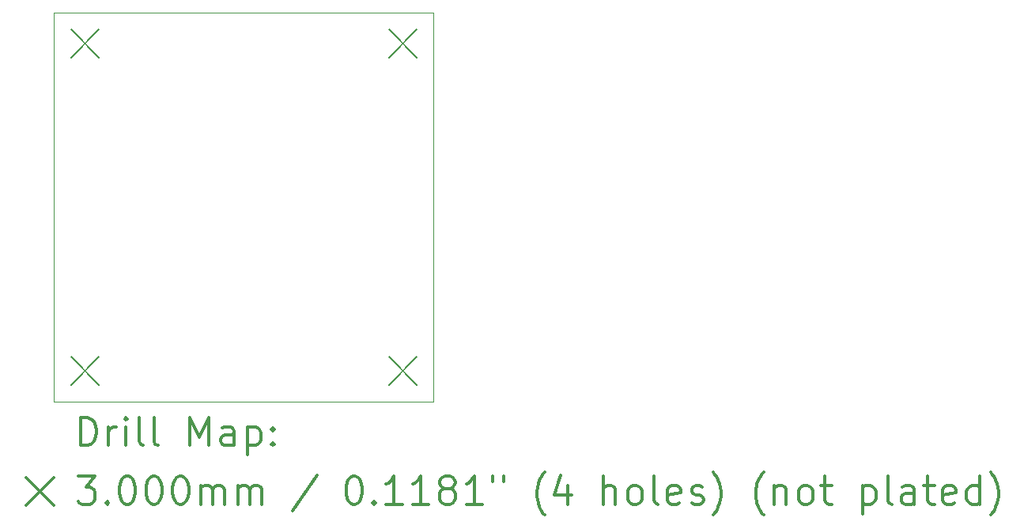
<source format=gbr>
%FSLAX45Y45*%
G04 Gerber Fmt 4.5, Leading zero omitted, Abs format (unit mm)*
G04 Created by KiCad (PCBNEW (5.1.10)-1) date 2021-07-06 21:05:42*
%MOMM*%
%LPD*%
G01*
G04 APERTURE LIST*
%TA.AperFunction,Profile*%
%ADD10C,0.050000*%
%TD*%
%ADD11C,0.200000*%
%ADD12C,0.300000*%
G04 APERTURE END LIST*
D10*
X15367000Y-12750800D02*
X15367000Y-12776200D01*
X15367000Y-8610600D02*
X15367000Y-12750800D01*
X19431000Y-8610600D02*
X15367000Y-8610600D01*
X19431000Y-12776200D02*
X19431000Y-8610600D01*
X15367000Y-12776200D02*
X19431000Y-12776200D01*
D11*
X15547200Y-8790800D02*
X15847200Y-9090800D01*
X15847200Y-8790800D02*
X15547200Y-9090800D01*
X15547200Y-12296000D02*
X15847200Y-12596000D01*
X15847200Y-12296000D02*
X15547200Y-12596000D01*
X18950800Y-8790800D02*
X19250800Y-9090800D01*
X19250800Y-8790800D02*
X18950800Y-9090800D01*
X18950800Y-12296000D02*
X19250800Y-12596000D01*
X19250800Y-12296000D02*
X18950800Y-12596000D01*
D12*
X15650928Y-13244414D02*
X15650928Y-12944414D01*
X15722357Y-12944414D01*
X15765214Y-12958700D01*
X15793786Y-12987271D01*
X15808071Y-13015843D01*
X15822357Y-13072986D01*
X15822357Y-13115843D01*
X15808071Y-13172986D01*
X15793786Y-13201557D01*
X15765214Y-13230129D01*
X15722357Y-13244414D01*
X15650928Y-13244414D01*
X15950928Y-13244414D02*
X15950928Y-13044414D01*
X15950928Y-13101557D02*
X15965214Y-13072986D01*
X15979500Y-13058700D01*
X16008071Y-13044414D01*
X16036643Y-13044414D01*
X16136643Y-13244414D02*
X16136643Y-13044414D01*
X16136643Y-12944414D02*
X16122357Y-12958700D01*
X16136643Y-12972986D01*
X16150928Y-12958700D01*
X16136643Y-12944414D01*
X16136643Y-12972986D01*
X16322357Y-13244414D02*
X16293786Y-13230129D01*
X16279500Y-13201557D01*
X16279500Y-12944414D01*
X16479500Y-13244414D02*
X16450928Y-13230129D01*
X16436643Y-13201557D01*
X16436643Y-12944414D01*
X16822357Y-13244414D02*
X16822357Y-12944414D01*
X16922357Y-13158700D01*
X17022357Y-12944414D01*
X17022357Y-13244414D01*
X17293786Y-13244414D02*
X17293786Y-13087271D01*
X17279500Y-13058700D01*
X17250928Y-13044414D01*
X17193786Y-13044414D01*
X17165214Y-13058700D01*
X17293786Y-13230129D02*
X17265214Y-13244414D01*
X17193786Y-13244414D01*
X17165214Y-13230129D01*
X17150928Y-13201557D01*
X17150928Y-13172986D01*
X17165214Y-13144414D01*
X17193786Y-13130129D01*
X17265214Y-13130129D01*
X17293786Y-13115843D01*
X17436643Y-13044414D02*
X17436643Y-13344414D01*
X17436643Y-13058700D02*
X17465214Y-13044414D01*
X17522357Y-13044414D01*
X17550928Y-13058700D01*
X17565214Y-13072986D01*
X17579500Y-13101557D01*
X17579500Y-13187271D01*
X17565214Y-13215843D01*
X17550928Y-13230129D01*
X17522357Y-13244414D01*
X17465214Y-13244414D01*
X17436643Y-13230129D01*
X17708071Y-13215843D02*
X17722357Y-13230129D01*
X17708071Y-13244414D01*
X17693786Y-13230129D01*
X17708071Y-13215843D01*
X17708071Y-13244414D01*
X17708071Y-13058700D02*
X17722357Y-13072986D01*
X17708071Y-13087271D01*
X17693786Y-13072986D01*
X17708071Y-13058700D01*
X17708071Y-13087271D01*
X15064500Y-13588700D02*
X15364500Y-13888700D01*
X15364500Y-13588700D02*
X15064500Y-13888700D01*
X15622357Y-13574414D02*
X15808071Y-13574414D01*
X15708071Y-13688700D01*
X15750928Y-13688700D01*
X15779500Y-13702986D01*
X15793786Y-13717271D01*
X15808071Y-13745843D01*
X15808071Y-13817271D01*
X15793786Y-13845843D01*
X15779500Y-13860129D01*
X15750928Y-13874414D01*
X15665214Y-13874414D01*
X15636643Y-13860129D01*
X15622357Y-13845843D01*
X15936643Y-13845843D02*
X15950928Y-13860129D01*
X15936643Y-13874414D01*
X15922357Y-13860129D01*
X15936643Y-13845843D01*
X15936643Y-13874414D01*
X16136643Y-13574414D02*
X16165214Y-13574414D01*
X16193786Y-13588700D01*
X16208071Y-13602986D01*
X16222357Y-13631557D01*
X16236643Y-13688700D01*
X16236643Y-13760129D01*
X16222357Y-13817271D01*
X16208071Y-13845843D01*
X16193786Y-13860129D01*
X16165214Y-13874414D01*
X16136643Y-13874414D01*
X16108071Y-13860129D01*
X16093786Y-13845843D01*
X16079500Y-13817271D01*
X16065214Y-13760129D01*
X16065214Y-13688700D01*
X16079500Y-13631557D01*
X16093786Y-13602986D01*
X16108071Y-13588700D01*
X16136643Y-13574414D01*
X16422357Y-13574414D02*
X16450928Y-13574414D01*
X16479500Y-13588700D01*
X16493786Y-13602986D01*
X16508071Y-13631557D01*
X16522357Y-13688700D01*
X16522357Y-13760129D01*
X16508071Y-13817271D01*
X16493786Y-13845843D01*
X16479500Y-13860129D01*
X16450928Y-13874414D01*
X16422357Y-13874414D01*
X16393786Y-13860129D01*
X16379500Y-13845843D01*
X16365214Y-13817271D01*
X16350928Y-13760129D01*
X16350928Y-13688700D01*
X16365214Y-13631557D01*
X16379500Y-13602986D01*
X16393786Y-13588700D01*
X16422357Y-13574414D01*
X16708071Y-13574414D02*
X16736643Y-13574414D01*
X16765214Y-13588700D01*
X16779500Y-13602986D01*
X16793786Y-13631557D01*
X16808071Y-13688700D01*
X16808071Y-13760129D01*
X16793786Y-13817271D01*
X16779500Y-13845843D01*
X16765214Y-13860129D01*
X16736643Y-13874414D01*
X16708071Y-13874414D01*
X16679500Y-13860129D01*
X16665214Y-13845843D01*
X16650928Y-13817271D01*
X16636643Y-13760129D01*
X16636643Y-13688700D01*
X16650928Y-13631557D01*
X16665214Y-13602986D01*
X16679500Y-13588700D01*
X16708071Y-13574414D01*
X16936643Y-13874414D02*
X16936643Y-13674414D01*
X16936643Y-13702986D02*
X16950928Y-13688700D01*
X16979500Y-13674414D01*
X17022357Y-13674414D01*
X17050928Y-13688700D01*
X17065214Y-13717271D01*
X17065214Y-13874414D01*
X17065214Y-13717271D02*
X17079500Y-13688700D01*
X17108071Y-13674414D01*
X17150928Y-13674414D01*
X17179500Y-13688700D01*
X17193786Y-13717271D01*
X17193786Y-13874414D01*
X17336643Y-13874414D02*
X17336643Y-13674414D01*
X17336643Y-13702986D02*
X17350928Y-13688700D01*
X17379500Y-13674414D01*
X17422357Y-13674414D01*
X17450928Y-13688700D01*
X17465214Y-13717271D01*
X17465214Y-13874414D01*
X17465214Y-13717271D02*
X17479500Y-13688700D01*
X17508071Y-13674414D01*
X17550928Y-13674414D01*
X17579500Y-13688700D01*
X17593786Y-13717271D01*
X17593786Y-13874414D01*
X18179500Y-13560129D02*
X17922357Y-13945843D01*
X18565214Y-13574414D02*
X18593786Y-13574414D01*
X18622357Y-13588700D01*
X18636643Y-13602986D01*
X18650928Y-13631557D01*
X18665214Y-13688700D01*
X18665214Y-13760129D01*
X18650928Y-13817271D01*
X18636643Y-13845843D01*
X18622357Y-13860129D01*
X18593786Y-13874414D01*
X18565214Y-13874414D01*
X18536643Y-13860129D01*
X18522357Y-13845843D01*
X18508071Y-13817271D01*
X18493786Y-13760129D01*
X18493786Y-13688700D01*
X18508071Y-13631557D01*
X18522357Y-13602986D01*
X18536643Y-13588700D01*
X18565214Y-13574414D01*
X18793786Y-13845843D02*
X18808071Y-13860129D01*
X18793786Y-13874414D01*
X18779500Y-13860129D01*
X18793786Y-13845843D01*
X18793786Y-13874414D01*
X19093786Y-13874414D02*
X18922357Y-13874414D01*
X19008071Y-13874414D02*
X19008071Y-13574414D01*
X18979500Y-13617271D01*
X18950928Y-13645843D01*
X18922357Y-13660129D01*
X19379500Y-13874414D02*
X19208071Y-13874414D01*
X19293786Y-13874414D02*
X19293786Y-13574414D01*
X19265214Y-13617271D01*
X19236643Y-13645843D01*
X19208071Y-13660129D01*
X19550928Y-13702986D02*
X19522357Y-13688700D01*
X19508071Y-13674414D01*
X19493786Y-13645843D01*
X19493786Y-13631557D01*
X19508071Y-13602986D01*
X19522357Y-13588700D01*
X19550928Y-13574414D01*
X19608071Y-13574414D01*
X19636643Y-13588700D01*
X19650928Y-13602986D01*
X19665214Y-13631557D01*
X19665214Y-13645843D01*
X19650928Y-13674414D01*
X19636643Y-13688700D01*
X19608071Y-13702986D01*
X19550928Y-13702986D01*
X19522357Y-13717271D01*
X19508071Y-13731557D01*
X19493786Y-13760129D01*
X19493786Y-13817271D01*
X19508071Y-13845843D01*
X19522357Y-13860129D01*
X19550928Y-13874414D01*
X19608071Y-13874414D01*
X19636643Y-13860129D01*
X19650928Y-13845843D01*
X19665214Y-13817271D01*
X19665214Y-13760129D01*
X19650928Y-13731557D01*
X19636643Y-13717271D01*
X19608071Y-13702986D01*
X19950928Y-13874414D02*
X19779500Y-13874414D01*
X19865214Y-13874414D02*
X19865214Y-13574414D01*
X19836643Y-13617271D01*
X19808071Y-13645843D01*
X19779500Y-13660129D01*
X20065214Y-13574414D02*
X20065214Y-13631557D01*
X20179500Y-13574414D02*
X20179500Y-13631557D01*
X20622357Y-13988700D02*
X20608071Y-13974414D01*
X20579500Y-13931557D01*
X20565214Y-13902986D01*
X20550928Y-13860129D01*
X20536643Y-13788700D01*
X20536643Y-13731557D01*
X20550928Y-13660129D01*
X20565214Y-13617271D01*
X20579500Y-13588700D01*
X20608071Y-13545843D01*
X20622357Y-13531557D01*
X20865214Y-13674414D02*
X20865214Y-13874414D01*
X20793786Y-13560129D02*
X20722357Y-13774414D01*
X20908071Y-13774414D01*
X21250928Y-13874414D02*
X21250928Y-13574414D01*
X21379500Y-13874414D02*
X21379500Y-13717271D01*
X21365214Y-13688700D01*
X21336643Y-13674414D01*
X21293786Y-13674414D01*
X21265214Y-13688700D01*
X21250928Y-13702986D01*
X21565214Y-13874414D02*
X21536643Y-13860129D01*
X21522357Y-13845843D01*
X21508071Y-13817271D01*
X21508071Y-13731557D01*
X21522357Y-13702986D01*
X21536643Y-13688700D01*
X21565214Y-13674414D01*
X21608071Y-13674414D01*
X21636643Y-13688700D01*
X21650928Y-13702986D01*
X21665214Y-13731557D01*
X21665214Y-13817271D01*
X21650928Y-13845843D01*
X21636643Y-13860129D01*
X21608071Y-13874414D01*
X21565214Y-13874414D01*
X21836643Y-13874414D02*
X21808071Y-13860129D01*
X21793786Y-13831557D01*
X21793786Y-13574414D01*
X22065214Y-13860129D02*
X22036643Y-13874414D01*
X21979500Y-13874414D01*
X21950928Y-13860129D01*
X21936643Y-13831557D01*
X21936643Y-13717271D01*
X21950928Y-13688700D01*
X21979500Y-13674414D01*
X22036643Y-13674414D01*
X22065214Y-13688700D01*
X22079500Y-13717271D01*
X22079500Y-13745843D01*
X21936643Y-13774414D01*
X22193786Y-13860129D02*
X22222357Y-13874414D01*
X22279500Y-13874414D01*
X22308071Y-13860129D01*
X22322357Y-13831557D01*
X22322357Y-13817271D01*
X22308071Y-13788700D01*
X22279500Y-13774414D01*
X22236643Y-13774414D01*
X22208071Y-13760129D01*
X22193786Y-13731557D01*
X22193786Y-13717271D01*
X22208071Y-13688700D01*
X22236643Y-13674414D01*
X22279500Y-13674414D01*
X22308071Y-13688700D01*
X22422357Y-13988700D02*
X22436643Y-13974414D01*
X22465214Y-13931557D01*
X22479500Y-13902986D01*
X22493786Y-13860129D01*
X22508071Y-13788700D01*
X22508071Y-13731557D01*
X22493786Y-13660129D01*
X22479500Y-13617271D01*
X22465214Y-13588700D01*
X22436643Y-13545843D01*
X22422357Y-13531557D01*
X22965214Y-13988700D02*
X22950928Y-13974414D01*
X22922357Y-13931557D01*
X22908071Y-13902986D01*
X22893786Y-13860129D01*
X22879500Y-13788700D01*
X22879500Y-13731557D01*
X22893786Y-13660129D01*
X22908071Y-13617271D01*
X22922357Y-13588700D01*
X22950928Y-13545843D01*
X22965214Y-13531557D01*
X23079500Y-13674414D02*
X23079500Y-13874414D01*
X23079500Y-13702986D02*
X23093786Y-13688700D01*
X23122357Y-13674414D01*
X23165214Y-13674414D01*
X23193786Y-13688700D01*
X23208071Y-13717271D01*
X23208071Y-13874414D01*
X23393786Y-13874414D02*
X23365214Y-13860129D01*
X23350928Y-13845843D01*
X23336643Y-13817271D01*
X23336643Y-13731557D01*
X23350928Y-13702986D01*
X23365214Y-13688700D01*
X23393786Y-13674414D01*
X23436643Y-13674414D01*
X23465214Y-13688700D01*
X23479500Y-13702986D01*
X23493786Y-13731557D01*
X23493786Y-13817271D01*
X23479500Y-13845843D01*
X23465214Y-13860129D01*
X23436643Y-13874414D01*
X23393786Y-13874414D01*
X23579500Y-13674414D02*
X23693786Y-13674414D01*
X23622357Y-13574414D02*
X23622357Y-13831557D01*
X23636643Y-13860129D01*
X23665214Y-13874414D01*
X23693786Y-13874414D01*
X24022357Y-13674414D02*
X24022357Y-13974414D01*
X24022357Y-13688700D02*
X24050928Y-13674414D01*
X24108071Y-13674414D01*
X24136643Y-13688700D01*
X24150928Y-13702986D01*
X24165214Y-13731557D01*
X24165214Y-13817271D01*
X24150928Y-13845843D01*
X24136643Y-13860129D01*
X24108071Y-13874414D01*
X24050928Y-13874414D01*
X24022357Y-13860129D01*
X24336643Y-13874414D02*
X24308071Y-13860129D01*
X24293786Y-13831557D01*
X24293786Y-13574414D01*
X24579500Y-13874414D02*
X24579500Y-13717271D01*
X24565214Y-13688700D01*
X24536643Y-13674414D01*
X24479500Y-13674414D01*
X24450928Y-13688700D01*
X24579500Y-13860129D02*
X24550928Y-13874414D01*
X24479500Y-13874414D01*
X24450928Y-13860129D01*
X24436643Y-13831557D01*
X24436643Y-13802986D01*
X24450928Y-13774414D01*
X24479500Y-13760129D01*
X24550928Y-13760129D01*
X24579500Y-13745843D01*
X24679500Y-13674414D02*
X24793786Y-13674414D01*
X24722357Y-13574414D02*
X24722357Y-13831557D01*
X24736643Y-13860129D01*
X24765214Y-13874414D01*
X24793786Y-13874414D01*
X25008071Y-13860129D02*
X24979500Y-13874414D01*
X24922357Y-13874414D01*
X24893786Y-13860129D01*
X24879500Y-13831557D01*
X24879500Y-13717271D01*
X24893786Y-13688700D01*
X24922357Y-13674414D01*
X24979500Y-13674414D01*
X25008071Y-13688700D01*
X25022357Y-13717271D01*
X25022357Y-13745843D01*
X24879500Y-13774414D01*
X25279500Y-13874414D02*
X25279500Y-13574414D01*
X25279500Y-13860129D02*
X25250928Y-13874414D01*
X25193786Y-13874414D01*
X25165214Y-13860129D01*
X25150928Y-13845843D01*
X25136643Y-13817271D01*
X25136643Y-13731557D01*
X25150928Y-13702986D01*
X25165214Y-13688700D01*
X25193786Y-13674414D01*
X25250928Y-13674414D01*
X25279500Y-13688700D01*
X25393786Y-13988700D02*
X25408071Y-13974414D01*
X25436643Y-13931557D01*
X25450928Y-13902986D01*
X25465214Y-13860129D01*
X25479500Y-13788700D01*
X25479500Y-13731557D01*
X25465214Y-13660129D01*
X25450928Y-13617271D01*
X25436643Y-13588700D01*
X25408071Y-13545843D01*
X25393786Y-13531557D01*
M02*

</source>
